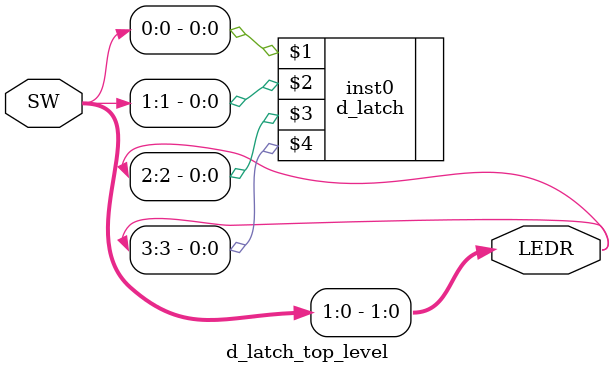
<source format=v>
module d_latch_top_level (SW,LEDR);	//Hardware level for d latch

	input wire [1:0]SW;	//input switches 1-0
	output wire [3:0]LEDR;	//output red LEDs 3-0
	
	d_latch inst0 (SW[0],SW[1],LEDR[2],LEDR[3]);	//instantiates d latch module
	
	assign LEDR[1:0]=SW[1:0];	//assigns remaining switches to red LEDs
	
endmodule	//end of module

</source>
